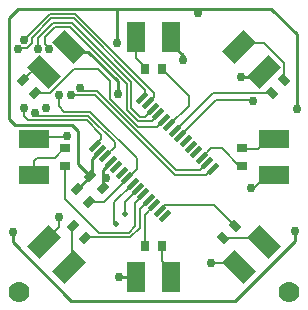
<source format=gtl>
%FSLAX24Y24*%
%MOIN*%
G70*
G01*
G75*
G04 Layer_Physical_Order=1*
G04 Layer_Color=255*
G04:AMPARAMS|DCode=10|XSize=15.7mil|YSize=43.3mil|CornerRadius=0mil|HoleSize=0mil|Usage=FLASHONLY|Rotation=315.000|XOffset=0mil|YOffset=0mil|HoleType=Round|Shape=Rectangle|*
%AMROTATEDRECTD10*
4,1,4,-0.0209,-0.0097,0.0097,0.0209,0.0209,0.0097,-0.0097,-0.0209,-0.0209,-0.0097,0.0*
%
%ADD10ROTATEDRECTD10*%

G04:AMPARAMS|DCode=11|XSize=102mil|YSize=59mil|CornerRadius=0mil|HoleSize=0mil|Usage=FLASHONLY|Rotation=315.000|XOffset=0mil|YOffset=0mil|HoleType=Round|Shape=Rectangle|*
%AMROTATEDRECTD11*
4,1,4,-0.0569,0.0152,-0.0152,0.0569,0.0569,-0.0152,0.0152,-0.0569,-0.0569,0.0152,0.0*
%
%ADD11ROTATEDRECTD11*%

%ADD12R,0.1020X0.0590*%
G04:AMPARAMS|DCode=13|XSize=102mil|YSize=59mil|CornerRadius=0mil|HoleSize=0mil|Usage=FLASHONLY|Rotation=45.000|XOffset=0mil|YOffset=0mil|HoleType=Round|Shape=Rectangle|*
%AMROTATEDRECTD13*
4,1,4,-0.0152,-0.0569,-0.0569,-0.0152,0.0152,0.0569,0.0569,0.0152,-0.0152,-0.0569,0.0*
%
%ADD13ROTATEDRECTD13*%

%ADD14R,0.0590X0.1020*%
%ADD15R,0.0270X0.0350*%
G04:AMPARAMS|DCode=16|XSize=27mil|YSize=35mil|CornerRadius=0mil|HoleSize=0mil|Usage=FLASHONLY|Rotation=45.000|XOffset=0mil|YOffset=0mil|HoleType=Round|Shape=Rectangle|*
%AMROTATEDRECTD16*
4,1,4,0.0028,-0.0219,-0.0219,0.0028,-0.0028,0.0219,0.0219,-0.0028,0.0028,-0.0219,0.0*
%
%ADD16ROTATEDRECTD16*%

%ADD17R,0.0350X0.0270*%
G04:AMPARAMS|DCode=18|XSize=27mil|YSize=35mil|CornerRadius=0mil|HoleSize=0mil|Usage=FLASHONLY|Rotation=135.000|XOffset=0mil|YOffset=0mil|HoleType=Round|Shape=Rectangle|*
%AMROTATEDRECTD18*
4,1,4,0.0219,0.0028,-0.0028,-0.0219,-0.0219,-0.0028,0.0028,0.0219,0.0219,0.0028,0.0*
%
%ADD18ROTATEDRECTD18*%

%ADD19C,0.0197*%
%ADD20C,0.0070*%
%ADD21C,0.0100*%
%ADD22C,0.0700*%
%ADD23C,0.0300*%
D10*
X3280Y5633D02*
D03*
X3461Y5452D02*
D03*
X3642Y5271D02*
D03*
X3823Y5090D02*
D03*
X4004Y4909D02*
D03*
X4185Y4728D02*
D03*
X4366Y4547D02*
D03*
X4547Y4366D02*
D03*
X4728Y4185D02*
D03*
X4909Y4004D02*
D03*
X5090Y3823D02*
D03*
X5271Y3642D02*
D03*
X5452Y3461D02*
D03*
X5633Y3280D02*
D03*
X4867Y7220D02*
D03*
X5048Y7039D02*
D03*
X5229Y6858D02*
D03*
X5410Y6677D02*
D03*
X5591Y6496D02*
D03*
X5772Y6315D02*
D03*
X5953Y6134D02*
D03*
X6134Y5953D02*
D03*
X6315Y5772D02*
D03*
X6496Y5591D02*
D03*
X6677Y5410D02*
D03*
X6858Y5229D02*
D03*
X7039Y5048D02*
D03*
X7220Y4867D02*
D03*
D11*
X1583Y8083D02*
D03*
X2417Y8917D02*
D03*
X8917Y2417D02*
D03*
X8083Y1583D02*
D03*
D12*
X1250Y4660D02*
D03*
Y5840D02*
D03*
X9250Y5840D02*
D03*
Y4660D02*
D03*
D13*
X2417Y1583D02*
D03*
X1583Y2417D02*
D03*
X8083Y8917D02*
D03*
X8917Y8083D02*
D03*
D14*
X5840Y1250D02*
D03*
X4660D02*
D03*
X4660Y9250D02*
D03*
X5840D02*
D03*
D15*
X4960Y8200D02*
D03*
X5540Y8200D02*
D03*
Y2290D02*
D03*
X4960Y2290D02*
D03*
D16*
X9195Y7395D02*
D03*
X9605Y7805D02*
D03*
X7955Y2955D02*
D03*
X7545Y2545D02*
D03*
D17*
X8200Y5540D02*
D03*
X8200Y4960D02*
D03*
X2300Y5540D02*
D03*
X2300Y4960D02*
D03*
D18*
X2955Y2545D02*
D03*
X2545Y2955D02*
D03*
X3105Y3765D02*
D03*
X2695Y4175D02*
D03*
X895Y7805D02*
D03*
X1305Y7395D02*
D03*
X3545Y4205D02*
D03*
X3135Y4615D02*
D03*
D19*
X4310Y3340D02*
D03*
X3980Y3010D02*
D03*
D20*
X3280Y5633D02*
X3510Y5862D01*
X3019Y6475D02*
X3510Y5984D01*
Y5862D02*
Y5984D01*
X1780Y7390D02*
X2580Y8190D01*
X3410D01*
X3805Y7795D01*
Y7191D02*
Y7795D01*
Y7191D02*
X4736Y6260D01*
X1620Y9256D02*
X1955Y9591D01*
X2465D01*
X4360Y7696D01*
X1380Y9214D02*
X1897Y9731D01*
X2523D01*
X4500Y7754D01*
X1195Y9227D02*
X1839Y9871D01*
X2581D01*
X4960Y7492D01*
X1781Y10011D02*
X2639D01*
X940Y9170D02*
X1781Y10011D01*
X2639D02*
X5260Y7390D01*
X4360Y6834D02*
X4744Y6450D01*
X4360Y6834D02*
Y7696D01*
X4500Y6892D02*
Y7754D01*
X1620Y9006D02*
Y9256D01*
Y9006D02*
X1750Y8876D01*
Y8850D02*
Y8876D01*
X1380Y8870D02*
Y9214D01*
X1195Y9055D02*
Y9227D01*
X1030Y8890D02*
X1195Y9055D01*
X2780Y7560D02*
X2890Y7450D01*
X3348D01*
X5988Y4810D01*
X2480Y7310D02*
X3290D01*
X5960Y4640D01*
X2092Y7322D02*
Y7332D01*
Y6938D02*
Y7322D01*
X1055Y6475D02*
X3019D01*
X3642Y5271D02*
X3950Y5579D01*
Y5742D01*
X3077Y6615D02*
X3950Y5742D01*
X1345Y6615D02*
X3077D01*
X4680Y4861D02*
Y5210D01*
X3135Y6755D02*
X4680Y5210D01*
X2275Y6755D02*
X3135D01*
X4500Y6892D02*
X4802Y6590D01*
X4961D01*
X5229Y6858D01*
X2540Y2040D02*
Y2930D01*
X2490Y1950D02*
X2575Y2035D01*
X4744Y6450D02*
X5183D01*
X6992Y4640D02*
X7220Y4867D01*
X5960Y4640D02*
X6992D01*
X9030Y4660D02*
X9250D01*
X8580Y4210D02*
X9030Y4660D01*
X8500Y4210D02*
X8580D01*
X1250Y5840D02*
X1330Y5920D01*
X2350D01*
X2100Y2934D02*
Y3270D01*
X1583Y2417D02*
X2100Y2934D01*
X7936Y1730D02*
X8083Y1583D01*
X7160Y1730D02*
X7936D01*
X8520Y7140D02*
X8570Y7090D01*
X6134Y5953D02*
X7321Y7140D01*
X8520D01*
X7214Y7395D02*
X9195D01*
X5953Y6134D02*
X7214Y7395D01*
X8083Y8917D02*
X8236Y9070D01*
X8930D01*
X9605Y8395D01*
Y7805D02*
Y8395D01*
X1173Y8083D02*
X1583D01*
X895Y7805D02*
X1173Y8083D01*
X1310Y7390D02*
X1780D01*
X1305Y7395D02*
X1310Y7390D01*
X4960Y7312D02*
Y7492D01*
X4867Y7220D02*
X4960Y7312D01*
X5048Y7039D02*
X5260Y7250D01*
Y7390D01*
X4736Y6260D02*
X5355D01*
X5591Y6496D01*
X920Y6610D02*
X1055Y6475D01*
X920Y6610D02*
Y6900D01*
X2092Y6938D02*
X2275Y6755D01*
X770Y8890D02*
X1030D01*
X8739Y2585D02*
X8917Y2407D01*
X7530Y2540D02*
X8765D01*
X5840Y1250D02*
Y1490D01*
X5540Y1790D02*
X5840Y1490D01*
X5540Y1790D02*
Y2290D01*
X4960D02*
Y3331D01*
X5271Y3642D01*
X8720Y5510D02*
X8925Y5715D01*
X8910Y5730D02*
X8925Y5715D01*
Y5715D02*
Y5715D01*
X8200Y5510D02*
X8720D01*
X7530Y5540D02*
X8140Y4930D01*
X8200D01*
X7169Y5540D02*
X7530D01*
X6858Y5229D02*
X7169Y5540D01*
X1250Y4660D02*
Y5120D01*
X1360Y5230D01*
X1960D01*
X2270Y5540D01*
X2300D01*
Y3860D02*
Y4960D01*
X4660Y8540D02*
Y9250D01*
Y8540D02*
X4960Y8240D01*
X7260Y3650D02*
X7955Y2955D01*
X5640Y3650D02*
X7260D01*
X5452Y3461D02*
X5640Y3650D01*
X5988Y4810D02*
X6800D01*
X5183Y6450D02*
X5410Y6677D01*
X6800Y4810D02*
X7039Y5048D01*
X5540Y8180D02*
X6420Y7300D01*
Y6963D02*
Y7300D01*
X5772Y6315D02*
X6420Y6963D01*
X4960Y8200D02*
Y8240D01*
X4790Y3523D02*
X5090Y3823D01*
X4790Y2900D02*
Y3523D01*
X4470Y2580D02*
X4790Y2900D01*
X2990Y2580D02*
X4470D01*
X4640Y3735D02*
X4909Y4004D01*
X4640Y2948D02*
Y3735D01*
X4412Y2720D02*
X4640Y2948D01*
X3440Y2720D02*
X4412D01*
X2300Y3860D02*
X3440Y2720D01*
X3940Y3759D02*
X4547Y4366D01*
X3940Y3040D02*
Y3759D01*
X4310Y3767D02*
X4728Y4185D01*
X4310Y3340D02*
Y3767D01*
X3105Y3765D02*
X3584D01*
X4680Y4861D01*
D21*
X2417Y8917D02*
X2574Y8760D01*
X3077D01*
X4060Y7777D01*
Y7360D02*
Y7777D01*
X720Y10200D02*
X9170D01*
X10020Y9350D01*
X580Y10060D02*
X720Y10200D01*
X423Y9903D02*
X580Y10060D01*
X3190Y5180D02*
X3461Y5452D01*
X3545Y4812D02*
X3823Y5090D01*
X423Y6520D02*
Y9903D01*
X6220Y8520D02*
Y8650D01*
X8764Y7930D02*
X8917Y8083D01*
X8150Y7930D02*
X8764D01*
X10020Y6850D02*
Y9350D01*
X4030Y9040D02*
Y10200D01*
X2720Y5030D02*
Y6130D01*
X623Y6320D02*
X2530D01*
X2720Y6130D01*
X9950Y2440D02*
Y2790D01*
X7970Y460D02*
X9950Y2440D01*
X2500Y460D02*
X7970D01*
X550Y2410D02*
X2500Y460D01*
X550Y2410D02*
Y2770D01*
X5840Y9030D02*
X6220Y8650D01*
X5840Y9030D02*
Y9250D01*
X4110Y1270D02*
X4610D01*
X423Y6520D02*
X623Y6320D01*
X2720Y5030D02*
X3135Y4615D01*
X3190Y4670D01*
Y5180D01*
X3205Y4685D02*
X3250Y4640D01*
X2705Y4175D02*
X3200Y4670D01*
X3545Y4205D02*
Y4812D01*
D22*
X9750Y750D02*
D03*
X750D02*
D03*
D23*
X2092Y7322D02*
D03*
X1668Y6898D02*
D03*
X6220Y8480D02*
D03*
X2350Y5960D02*
D03*
X6720Y10070D02*
D03*
X10020Y6850D02*
D03*
X8550Y7120D02*
D03*
X2480Y7310D02*
D03*
X2810Y7570D02*
D03*
X4060Y7360D02*
D03*
X1750Y8850D02*
D03*
X1380Y8870D02*
D03*
X720Y8840D02*
D03*
X940Y9170D02*
D03*
X4030Y9040D02*
D03*
X9950Y2790D02*
D03*
X550Y2770D02*
D03*
X8150Y7930D02*
D03*
X8500Y4210D02*
D03*
X7160Y1730D02*
D03*
X2100Y3270D02*
D03*
X4110Y1270D02*
D03*
X3670Y4560D02*
D03*
X1290Y6730D02*
D03*
X920Y6900D02*
D03*
M02*

</source>
